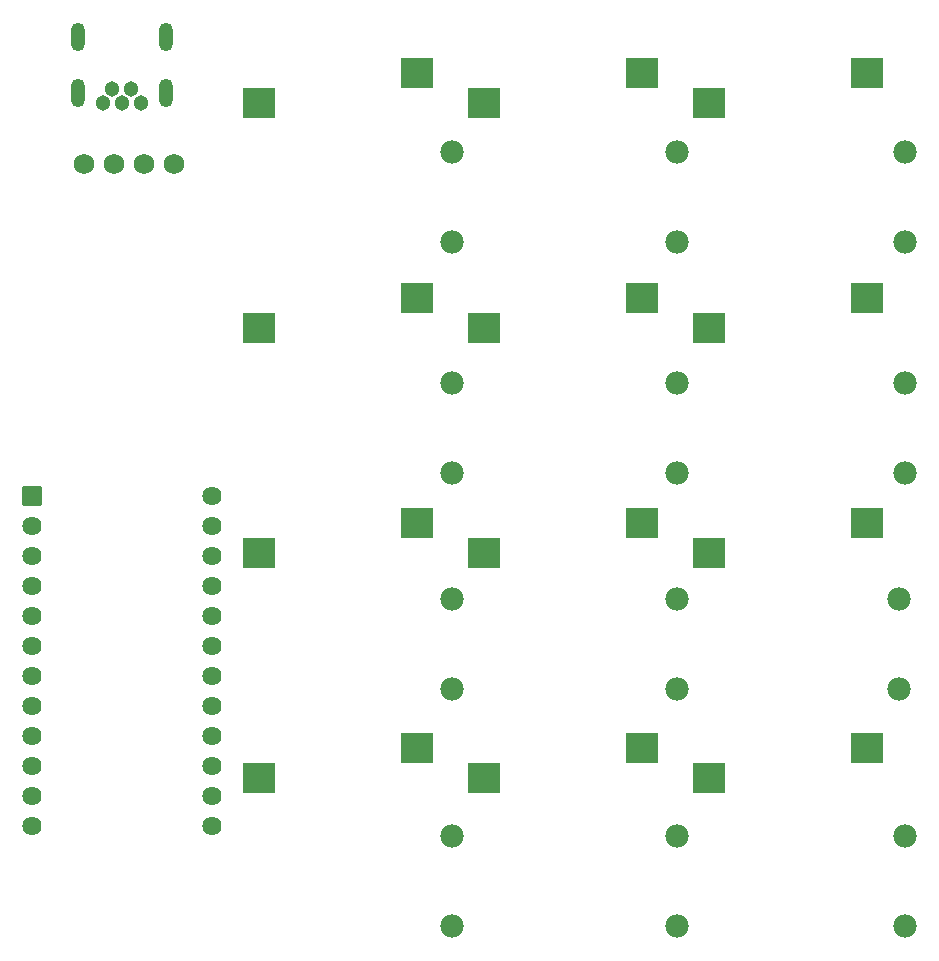
<source format=gbs>
G04 Layer: BottomSolderMaskLayer*
G04 EasyEDA v6.5.14, 2022-08-21 10:02:06*
G04 f0c9403b1c134f068d22612342c05ff7,da7caadd334e45d081e68ba313aefb3e,10*
G04 Gerber Generator version 0.2*
G04 Scale: 100 percent, Rotated: No, Reflected: No *
G04 Dimensions in millimeters *
G04 leading zeros omitted , absolute positions ,4 integer and 5 decimal *
%FSLAX45Y45*%
%MOMM*%

%AMMACRO1*4,1,4,-1.3259,-1.3005,-1.3259,1.3005,1.3259,1.3005,1.3259,-1.3005,-1.3259,-1.3005,0*%
%AMMACRO2*1,1,$1,$2,$3*1,1,$1,$4,$5*1,1,$1,0-$2,0-$3*1,1,$1,0-$4,0-$5*20,1,$1,$2,$3,$4,$5,0*20,1,$1,$4,$5,0-$2,0-$3,0*20,1,$1,0-$2,0-$3,0-$4,0-$5,0*20,1,$1,0-$4,0-$5,$2,$3,0*4,1,4,$2,$3,$4,$5,0-$2,0-$3,0-$4,0-$5,$2,$3,0*%
%ADD10C,1.7272*%
%ADD11C,1.9812*%
%ADD12O,1.1999976X2.3999952*%
%ADD13C,1.3016*%
%ADD14MACRO1*%
%ADD15MACRO2,0.1016X-0.762X0.762X0.762X0.762*%
%ADD16C,1.6256*%

%LPD*%
D10*
G01*
X3175000Y2768600D03*
G01*
X3429000Y2768600D03*
G01*
X3937000Y2768600D03*
G01*
X3683000Y2768600D03*
D11*
G01*
X6286500Y2870200D03*
G01*
X6286500Y2108200D03*
G01*
X8191502Y2870200D03*
G01*
X8191502Y2108200D03*
G01*
X10121902Y2870200D03*
G01*
X10121902Y2108200D03*
G01*
X10121900Y914397D03*
G01*
X10121900Y152397D03*
G01*
X8191500Y914397D03*
G01*
X8191500Y152397D03*
G01*
X6286500Y914400D03*
G01*
X6286500Y152400D03*
G01*
X6286500Y-2921000D03*
G01*
X6286500Y-3683000D03*
G01*
X8191500Y-2921002D03*
G01*
X8191500Y-3683002D03*
G01*
X10121900Y-2921002D03*
G01*
X10121900Y-3683002D03*
G01*
X10074653Y-914400D03*
G01*
X10074653Y-1676400D03*
G01*
X8191500Y-914400D03*
G01*
X8191500Y-1676400D03*
G01*
X6286500Y-914400D03*
G01*
X6286500Y-1676400D03*
D12*
G01*
X3864483Y3851275D03*
G01*
X3864483Y3376269D03*
G01*
X3120516Y3376269D03*
D13*
G01*
X3330524Y3286099D03*
G01*
X3490518Y3286099D03*
G01*
X3410534Y3406470D03*
G01*
X3570528Y3406470D03*
G01*
X3650513Y3286099D03*
D12*
G01*
X3120516Y3851275D03*
D14*
G01*
X5993892Y3543300D03*
G01*
X4648707Y3289300D03*
G01*
X7898892Y3543300D03*
G01*
X6553708Y3289300D03*
G01*
X9803892Y3543300D03*
G01*
X8458708Y3289300D03*
G01*
X9803892Y1638300D03*
G01*
X8458708Y1384300D03*
G01*
X7898892Y1638300D03*
G01*
X6553708Y1384300D03*
G01*
X5993892Y1638300D03*
G01*
X4648707Y1384300D03*
G01*
X5993892Y-2171700D03*
G01*
X4648707Y-2425700D03*
G01*
X7898892Y-2171700D03*
G01*
X6553708Y-2425700D03*
G01*
X9803892Y-2171700D03*
G01*
X8458708Y-2425700D03*
G01*
X9803892Y-266700D03*
G01*
X8458708Y-520700D03*
G01*
X7898892Y-266700D03*
G01*
X6553708Y-520700D03*
G01*
X5993892Y-266700D03*
G01*
X4648707Y-520700D03*
D15*
G01*
X2730502Y-38102D03*
D16*
G01*
X2730500Y-292100D03*
G01*
X2730500Y-546100D03*
G01*
X2730500Y-800100D03*
G01*
X2730500Y-1054100D03*
G01*
X2730500Y-1308100D03*
G01*
X2730500Y-1562100D03*
G01*
X2730500Y-1816100D03*
G01*
X2730500Y-2070100D03*
G01*
X2730500Y-2324100D03*
G01*
X2730500Y-2578100D03*
G01*
X2730500Y-2832100D03*
G01*
X4254500Y-2832100D03*
G01*
X4254500Y-2578100D03*
G01*
X4254500Y-2324100D03*
G01*
X4254500Y-2070100D03*
G01*
X4254500Y-1816100D03*
G01*
X4254500Y-1562100D03*
G01*
X4254500Y-1308100D03*
G01*
X4254500Y-1054100D03*
G01*
X4254500Y-800100D03*
G01*
X4254500Y-546100D03*
G01*
X4254500Y-292100D03*
G01*
X4254500Y-38100D03*
M02*

</source>
